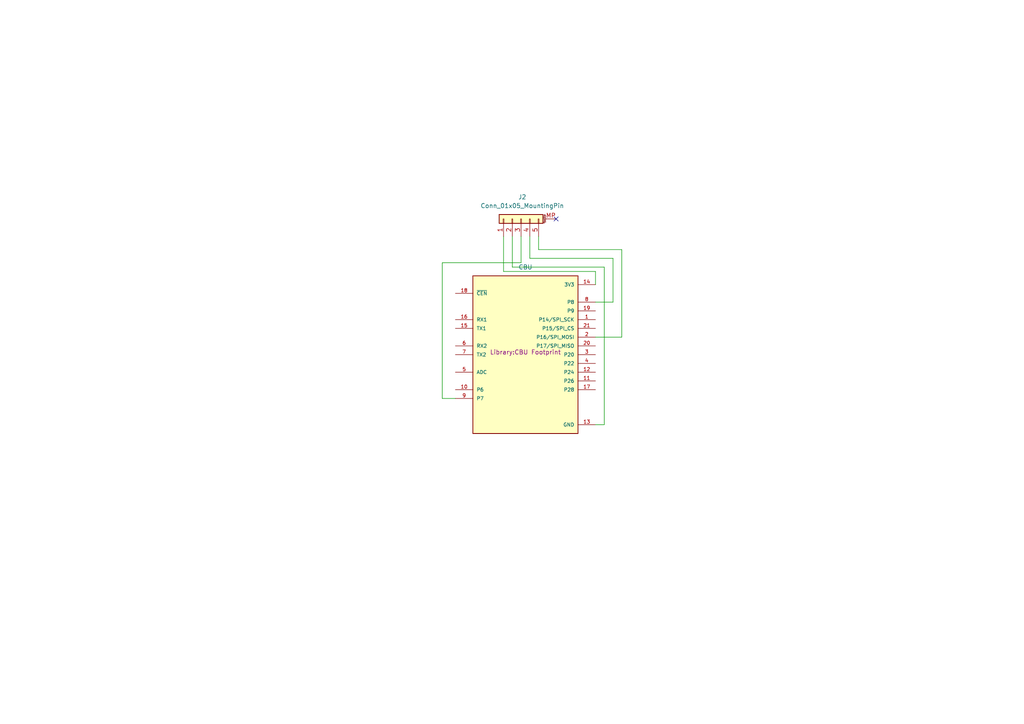
<source format=kicad_sch>
(kicad_sch (version 20250114) (generator "eeschema") (generator_version "9.0")
  (paper "A4")
  (lib_symbols
    (symbol "CBU:CBU" (pin_names (offset 1.016))
      (property "Value" "CBU" (at 0 25.4 0))
      (property "Footprint" "Library:CBU Footprint" (at 0 0 0))
      (symbol "CBU_0_0"
        (rectangle (start -15.24 -22.86) (end 15.24 22.86) (stroke (width 0.254)) (fill (type background)))
        (pin input line (at -20.32 17.78 0) (length 5.08) (name "~{CEN}") (number "18"))
        (pin input line (at -20.32 10.16 0) (length 5.08) (name "RX1") (number "16"))
        (pin output line (at -20.32 7.62 0) (length 5.08) (name "TX1") (number "15"))
        (pin input line (at -20.32 2.54 0) (length 5.08) (name "RX2") (number "6"))
        (pin output line (at -20.32 0 0) (length 5.08) (name "TX2") (number "7"))
        (pin bidirectional line (at -20.32 -5.08 0) (length 5.08) (name "ADC") (number "5"))
        (pin bidirectional line (at -20.32 -10.16 0) (length 5.08) (name "P6") (number "10"))
        (pin bidirectional line (at -20.32 -12.7 0) (length 5.08) (name "P7") (number "9"))
        (pin power_in line (at 20.32 20.32 180) (length 5.08) (name "3V3") (number "14"))
        (pin bidirectional line (at 20.32 15.24 180) (length 5.08) (name "P8") (number "8"))
        (pin bidirectional line (at 20.32 12.7 180) (length 5.08) (name "P9") (number "19"))
        (pin bidirectional line (at 20.32 10.16 180) (length 5.08) (name "P14/SPI_SCK") (number "1"))
        (pin bidirectional line (at 20.32 7.62 180) (length 5.08) (name "P15/SPI_CS") (number "21"))
        (pin bidirectional line (at 20.32 5.08 180) (length 5.08) (name "P16/SPI_MOSI") (number "2"))
        (pin bidirectional line (at 20.32 2.54 180) (length 5.08) (name "P17/SPI_MISO") (number "20"))
        (pin bidirectional line (at 20.32 0 180) (length 5.08) (name "P20") (number "3"))
        (pin bidirectional line (at 20.32 -2.54 180) (length 5.08) (name "P22") (number "4"))
        (pin bidirectional line (at 20.32 -5.08 180) (length 5.08) (name "P24") (number "12"))
        (pin bidirectional line (at 20.32 -7.62 180) (length 5.08) (name "P26") (number "11"))
        (pin bidirectional line (at 20.32 -10.16 180) (length 5.08) (name "P28") (number "17"))
        (pin power_in line (at 20.32 -20.32 180) (length 5.08) (name "GND") (number "13"))
      )
    )
    (symbol "Connector_Generic_MountingPin:Conn_01x05_MountingPin" (pin_names (offset 1.016) (hide yes))
      (property "Reference" "J" (at 0 7.62 0))
      (property "Value" "Conn_01x05_MountingPin" (at 1.27 -7.62 0))
      (symbol "Conn_01x05_MountingPin_1_1"
        (rectangle (start -1.27 6.35) (end 1.27 -6.35) (stroke (width 0.254)) (fill (type background)))
        (rectangle (start -1.27 5.207) (end 0 4.953) (stroke (width 0.1524)))
        (rectangle (start -1.27 2.667) (end 0 2.413) (stroke (width 0.1524)))
        (rectangle (start -1.27 0.127) (end 0 -0.127) (stroke (width 0.1524)))
        (rectangle (start -1.27 -2.413) (end 0 -2.667) (stroke (width 0.1524)))
        (rectangle (start -1.27 -4.953) (end 0 -5.207) (stroke (width 0.1524)))
        (polyline (pts (xy -1.016 -7.112) (xy 1.016 -7.112)) (stroke (width 0.1524)))
        (text "Mounting" (at 0 -6.731 0) (effects (font (size 0.381 0.381))))
        (pin passive line (at -5.08 5.08 0) (length 3.81) (name "Pin_1") (number "1"))
        (pin passive line (at -5.08 2.54 0) (length 3.81) (name "Pin_2") (number "2"))
        (pin passive line (at -5.08 0 0) (length 3.81) (name "Pin_3") (number "3"))
        (pin passive line (at -5.08 -2.54 0) (length 3.81) (name "Pin_4") (number "4"))
        (pin passive line (at -5.08 -5.08 0) (length 3.81) (name "Pin_5") (number "5"))
        (pin passive line (at 0 -10.16 90) (length 3.048) (name "MountPin") (number "MP"))
      )
    )
  )
  (no_connect (at 161.29 63.5))
  (wire (pts (xy 175.26 77.47) (xy 148.59 77.47)))
  (wire (pts (xy 146.05 78.74) (xy 146.05 68.58)))
  (wire (pts (xy 148.59 77.47) (xy 148.59 68.58)))
  (wire (pts (xy 172.72 123.19) (xy 175.26 123.19)))
  (wire (pts (xy 172.72 78.74) (xy 146.05 78.74)))
  (wire (pts (xy 180.34 72.39) (xy 156.21 72.39)))
  (wire (pts (xy 172.72 87.63) (xy 177.8 87.63)))
  (wire (pts (xy 172.72 82.55) (xy 172.72 78.74)))
  (wire (pts (xy 175.26 123.19) (xy 175.26 77.47)))
  (wire (pts (xy 151.13 68.58) (xy 151.13 76.2)))
  (wire (pts (xy 132.08 115.57) (xy 128.27 115.57)))
  (wire (pts (xy 172.72 97.79) (xy 180.34 97.79)))
  (wire (pts (xy 153.67 68.58) (xy 153.67 74.93)))
  (wire (pts (xy 177.8 74.93) (xy 153.67 74.93)))
  (wire (pts (xy 177.8 87.63) (xy 177.8 74.93)))
  (wire (pts (xy 128.27 76.2) (xy 151.13 76.2)))
  (wire (pts (xy 156.21 68.58) (xy 156.21 72.39)))
  (wire (pts (xy 128.27 115.57) (xy 128.27 76.2)))
  (wire (pts (xy 180.34 97.79) (xy 180.34 72.39)))
  (symbol (lib_id "Connector_Generic_MountingPin:Conn_01x05_MountingPin") (at 151.13 63.5 90) (unit 1)
    (property "Reference" "J2" (at 151.4856 57.15 90))
    (property "Value" "Conn_01x05_MountingPin" (at 151.4856 59.69 90))
    (property "Footprint" "Connector_JST:JST_GH_SM05B-GHS-TB_1x05-1MP_P1.25mm_Horizontal" (effects (hide yes)))
    (property "Description" "Generic connectable mounting pin connector, single row, 01x05, script generated (kicad-library-utils/schlib/autogen/connector/)" (effects (hide yes)))
  )
  (symbol (lib_id "CBU:CBU") (at 152.4 102.87 0) (unit 1)
    (property "Reference" "U1" (effects (hide yes)))
    (property "Value" "CBU" (at 152.4 77.47 0))
    (property "Footprint" "Library:CBU Footprint" (at 152.4 102.87 0) (effects (justify bottom)))
    (property "MF" "Tuya" (effects (hide yes)))
    (property "MAXIMUM_PACKAGE_HEIGHT" "2.85mm" (effects (hide yes)))
    (property "Package" "Package" (effects (hide yes)))
    (property "Price" "None" (effects (hide yes)))
    (property "Check_prices" "https://www.snapeda.com/parts/CBU/Tuya/view-part/?ref=eda" (effects (hide yes)))
    (property "STANDARD" "Manufacturer Recommendations" (effects (hide yes)))
    (property "PARTREV" "2023-05-16" (effects (hide yes)))
    (property "SnapEDA_Link" "https://www.snapeda.com/parts/CBU/Tuya/view-part/?ref=snap" (effects (hide yes)))
    (property "MP" "CBU" (effects (hide yes)))
    (property "Description_1" "Low-power embedded Wi-Fi module" (effects (hide yes)))
    (property "MANUFACTURER" "Tuya" (effects (hide yes)))
    (property "Availability" "Not in stock" (effects (hide yes)))
    (property "SNAPEDA_PN" "CBU" (effects (hide yes)))
  )
)
</source>
